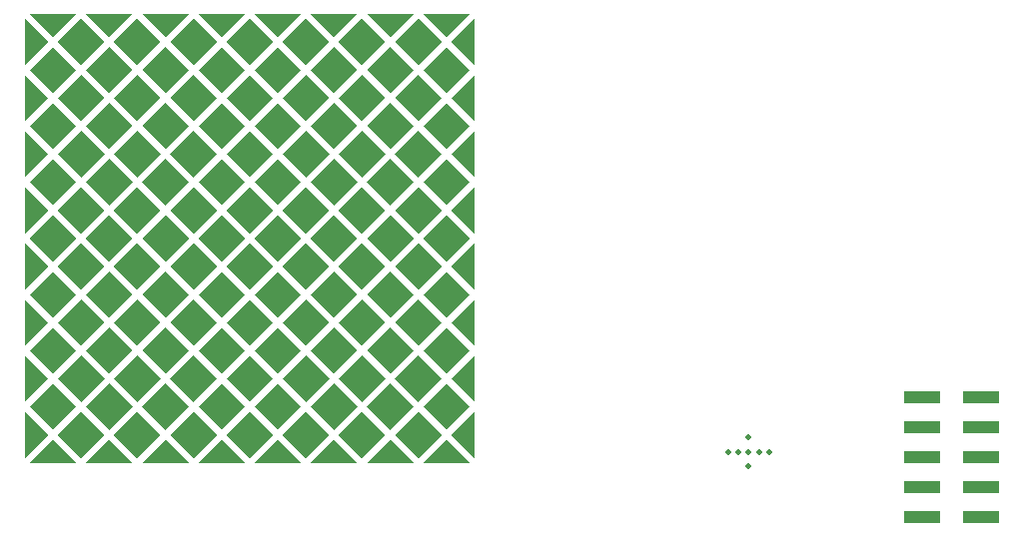
<source format=gbs>
G04 #@! TF.GenerationSoftware,KiCad,Pcbnew,(5.1.8)-1*
G04 #@! TF.CreationDate,2020-12-31T16:53:10-05:00*
G04 #@! TF.ProjectId,trackpad_test,74726163-6b70-4616-945f-746573742e6b,rev?*
G04 #@! TF.SameCoordinates,Original*
G04 #@! TF.FileFunction,Soldermask,Bot*
G04 #@! TF.FilePolarity,Negative*
%FSLAX46Y46*%
G04 Gerber Fmt 4.6, Leading zero omitted, Abs format (unit mm)*
G04 Created by KiCad (PCBNEW (5.1.8)-1) date 2020-12-31 16:53:10*
%MOMM*%
%LPD*%
G01*
G04 APERTURE LIST*
%ADD10C,0.508000*%
%ADD11R,3.150000X1.000000*%
%ADD12C,0.100000*%
G04 APERTURE END LIST*
D10*
X125476000Y-128975800D03*
X125476000Y-131475800D03*
X123726000Y-130225800D03*
X124601000Y-130225800D03*
X125476000Y-130225800D03*
X126351000Y-130225800D03*
X127226000Y-130225800D03*
D11*
X145207200Y-125628400D03*
X140157200Y-125628400D03*
X145207200Y-128168400D03*
X140157200Y-128168400D03*
X145207200Y-130708400D03*
X140157200Y-130708400D03*
X145207200Y-133248400D03*
X140157200Y-133248400D03*
X145207200Y-135788400D03*
X140157200Y-135788400D03*
D12*
G36*
X99880547Y-129180082D02*
G01*
X101858191Y-131157980D01*
X97902649Y-131157980D01*
X99880293Y-129180082D01*
X99880547Y-129180082D01*
G37*
G36*
X95118047Y-129180082D02*
G01*
X97095691Y-131157980D01*
X93140149Y-131157980D01*
X95117793Y-129180082D01*
X95118047Y-129180082D01*
G37*
G36*
X90355547Y-129180082D02*
G01*
X92333191Y-131157980D01*
X88377649Y-131157980D01*
X90355293Y-129180082D01*
X90355547Y-129180082D01*
G37*
G36*
X85593047Y-129180082D02*
G01*
X87570691Y-131157980D01*
X83615149Y-131157980D01*
X85592793Y-129180082D01*
X85593047Y-129180082D01*
G37*
G36*
X80830547Y-129180082D02*
G01*
X82808191Y-131157980D01*
X78852649Y-131157980D01*
X80830293Y-129180082D01*
X80830547Y-129180082D01*
G37*
G36*
X76068047Y-129180082D02*
G01*
X78045691Y-131157980D01*
X74090149Y-131157980D01*
X76067793Y-129180082D01*
X76068047Y-129180082D01*
G37*
G36*
X71305547Y-129180082D02*
G01*
X73283191Y-131157980D01*
X69327649Y-131157980D01*
X71305293Y-129180082D01*
X71305547Y-129180082D01*
G37*
G36*
X100282502Y-128777873D02*
G01*
X102260400Y-126800229D01*
X102260400Y-130755771D01*
X100282502Y-128778127D01*
X100282502Y-128777873D01*
G37*
G36*
X100282502Y-124015373D02*
G01*
X102260400Y-122037729D01*
X102260400Y-125993271D01*
X100282502Y-124015627D01*
X100282502Y-124015373D01*
G37*
G36*
X100282502Y-119252873D02*
G01*
X102260400Y-117275229D01*
X102260400Y-121230771D01*
X100282502Y-119253127D01*
X100282502Y-119252873D01*
G37*
G36*
X100282502Y-114490373D02*
G01*
X102260400Y-112512729D01*
X102260400Y-116468271D01*
X100282502Y-114490627D01*
X100282502Y-114490373D01*
G37*
G36*
X100282502Y-109727873D02*
G01*
X102260400Y-107750229D01*
X102260400Y-111705771D01*
X100282502Y-109728127D01*
X100282502Y-109727873D01*
G37*
G36*
X100282502Y-104965373D02*
G01*
X102260400Y-102987729D01*
X102260400Y-106943271D01*
X100282502Y-104965627D01*
X100282502Y-104965373D01*
G37*
G36*
X100282502Y-100202873D02*
G01*
X102260400Y-98225229D01*
X102260400Y-102180771D01*
X100282502Y-100203127D01*
X100282502Y-100202873D01*
G37*
G36*
X66543047Y-129180082D02*
G01*
X68520691Y-131157980D01*
X64565149Y-131157980D01*
X66542793Y-129180082D01*
X66543047Y-129180082D01*
G37*
G36*
X100282502Y-95440373D02*
G01*
X102260400Y-93462729D01*
X102260400Y-97418271D01*
X100282502Y-95440627D01*
X100282502Y-95440373D01*
G37*
G36*
X66140838Y-128778127D02*
G01*
X64162940Y-130755771D01*
X64162940Y-126800229D01*
X66140838Y-128777873D01*
X66140838Y-128778127D01*
G37*
G36*
X66140838Y-124015627D02*
G01*
X64162940Y-125993271D01*
X64162940Y-122037729D01*
X66140838Y-124015373D01*
X66140838Y-124015627D01*
G37*
G36*
X66140838Y-119253127D02*
G01*
X64162940Y-121230771D01*
X64162940Y-117275229D01*
X66140838Y-119252873D01*
X66140838Y-119253127D01*
G37*
G36*
X66140838Y-114490627D02*
G01*
X64162940Y-116468271D01*
X64162940Y-112512729D01*
X66140838Y-114490373D01*
X66140838Y-114490627D01*
G37*
G36*
X66140838Y-109728127D02*
G01*
X64162940Y-111705771D01*
X64162940Y-107750229D01*
X66140838Y-109727873D01*
X66140838Y-109728127D01*
G37*
G36*
X66140838Y-104965627D02*
G01*
X64162940Y-106943271D01*
X64162940Y-102987729D01*
X66140838Y-104965373D01*
X66140838Y-104965627D01*
G37*
G36*
X66140838Y-100203127D02*
G01*
X64162940Y-102180771D01*
X64162940Y-98225229D01*
X66140838Y-100202873D01*
X66140838Y-100203127D01*
G37*
G36*
X99880293Y-95038418D02*
G01*
X97902649Y-93060520D01*
X101858191Y-93060520D01*
X99880547Y-95038418D01*
X99880293Y-95038418D01*
G37*
G36*
X95117793Y-95038418D02*
G01*
X93140149Y-93060520D01*
X97095691Y-93060520D01*
X95118047Y-95038418D01*
X95117793Y-95038418D01*
G37*
G36*
X90355293Y-95038418D02*
G01*
X88377649Y-93060520D01*
X92333191Y-93060520D01*
X90355547Y-95038418D01*
X90355293Y-95038418D01*
G37*
G36*
X85592793Y-95038418D02*
G01*
X83615149Y-93060520D01*
X87570691Y-93060520D01*
X85593047Y-95038418D01*
X85592793Y-95038418D01*
G37*
G36*
X80830293Y-95038418D02*
G01*
X78852649Y-93060520D01*
X82808191Y-93060520D01*
X80830547Y-95038418D01*
X80830293Y-95038418D01*
G37*
G36*
X76067793Y-95038418D02*
G01*
X74090149Y-93060520D01*
X78045691Y-93060520D01*
X76068047Y-95038418D01*
X76067793Y-95038418D01*
G37*
G36*
X71305293Y-95038418D02*
G01*
X69327649Y-93060520D01*
X73283191Y-93060520D01*
X71305547Y-95038418D01*
X71305293Y-95038418D01*
G37*
G36*
X66140838Y-95440627D02*
G01*
X64162940Y-97418271D01*
X64162940Y-93462729D01*
X66140838Y-95440373D01*
X66140838Y-95440627D01*
G37*
G36*
X68922900Y-93464844D02*
G01*
X70898556Y-95440500D01*
X68922900Y-97416156D01*
X66947244Y-95440500D01*
X68922900Y-93464844D01*
G37*
G36*
X68922900Y-98227344D02*
G01*
X70898556Y-100203000D01*
X68922900Y-102178656D01*
X66947244Y-100203000D01*
X68922900Y-98227344D01*
G37*
G36*
X68922900Y-102989844D02*
G01*
X70898556Y-104965500D01*
X68922900Y-106941156D01*
X66947244Y-104965500D01*
X68922900Y-102989844D01*
G37*
G36*
X68922900Y-107752344D02*
G01*
X70898556Y-109728000D01*
X68922900Y-111703656D01*
X66947244Y-109728000D01*
X68922900Y-107752344D01*
G37*
G36*
X68922900Y-112514844D02*
G01*
X70898556Y-114490500D01*
X68922900Y-116466156D01*
X66947244Y-114490500D01*
X68922900Y-112514844D01*
G37*
G36*
X68922900Y-117277344D02*
G01*
X70898556Y-119253000D01*
X68922900Y-121228656D01*
X66947244Y-119253000D01*
X68922900Y-117277344D01*
G37*
G36*
X68922900Y-122039844D02*
G01*
X70898556Y-124015500D01*
X68922900Y-125991156D01*
X66947244Y-124015500D01*
X68922900Y-122039844D01*
G37*
G36*
X68922900Y-126802344D02*
G01*
X70898556Y-128778000D01*
X68922900Y-130753656D01*
X66947244Y-128778000D01*
X68922900Y-126802344D01*
G37*
G36*
X73685400Y-93464844D02*
G01*
X75661056Y-95440500D01*
X73685400Y-97416156D01*
X71709744Y-95440500D01*
X73685400Y-93464844D01*
G37*
G36*
X73685400Y-98227344D02*
G01*
X75661056Y-100203000D01*
X73685400Y-102178656D01*
X71709744Y-100203000D01*
X73685400Y-98227344D01*
G37*
G36*
X73685400Y-102989844D02*
G01*
X75661056Y-104965500D01*
X73685400Y-106941156D01*
X71709744Y-104965500D01*
X73685400Y-102989844D01*
G37*
G36*
X73685400Y-107752344D02*
G01*
X75661056Y-109728000D01*
X73685400Y-111703656D01*
X71709744Y-109728000D01*
X73685400Y-107752344D01*
G37*
G36*
X73685400Y-112514844D02*
G01*
X75661056Y-114490500D01*
X73685400Y-116466156D01*
X71709744Y-114490500D01*
X73685400Y-112514844D01*
G37*
G36*
X73685400Y-117277344D02*
G01*
X75661056Y-119253000D01*
X73685400Y-121228656D01*
X71709744Y-119253000D01*
X73685400Y-117277344D01*
G37*
G36*
X73685400Y-122039844D02*
G01*
X75661056Y-124015500D01*
X73685400Y-125991156D01*
X71709744Y-124015500D01*
X73685400Y-122039844D01*
G37*
G36*
X73685400Y-126802344D02*
G01*
X75661056Y-128778000D01*
X73685400Y-130753656D01*
X71709744Y-128778000D01*
X73685400Y-126802344D01*
G37*
G36*
X78447900Y-93464844D02*
G01*
X80423556Y-95440500D01*
X78447900Y-97416156D01*
X76472244Y-95440500D01*
X78447900Y-93464844D01*
G37*
G36*
X78447900Y-98227344D02*
G01*
X80423556Y-100203000D01*
X78447900Y-102178656D01*
X76472244Y-100203000D01*
X78447900Y-98227344D01*
G37*
G36*
X78447900Y-102989844D02*
G01*
X80423556Y-104965500D01*
X78447900Y-106941156D01*
X76472244Y-104965500D01*
X78447900Y-102989844D01*
G37*
G36*
X78447900Y-107752344D02*
G01*
X80423556Y-109728000D01*
X78447900Y-111703656D01*
X76472244Y-109728000D01*
X78447900Y-107752344D01*
G37*
G36*
X78447900Y-112514844D02*
G01*
X80423556Y-114490500D01*
X78447900Y-116466156D01*
X76472244Y-114490500D01*
X78447900Y-112514844D01*
G37*
G36*
X78447900Y-117277344D02*
G01*
X80423556Y-119253000D01*
X78447900Y-121228656D01*
X76472244Y-119253000D01*
X78447900Y-117277344D01*
G37*
G36*
X78447900Y-122039844D02*
G01*
X80423556Y-124015500D01*
X78447900Y-125991156D01*
X76472244Y-124015500D01*
X78447900Y-122039844D01*
G37*
G36*
X78447900Y-126802344D02*
G01*
X80423556Y-128778000D01*
X78447900Y-130753656D01*
X76472244Y-128778000D01*
X78447900Y-126802344D01*
G37*
G36*
X83210400Y-93464844D02*
G01*
X85186056Y-95440500D01*
X83210400Y-97416156D01*
X81234744Y-95440500D01*
X83210400Y-93464844D01*
G37*
G36*
X83210400Y-98227344D02*
G01*
X85186056Y-100203000D01*
X83210400Y-102178656D01*
X81234744Y-100203000D01*
X83210400Y-98227344D01*
G37*
G36*
X83210400Y-102989844D02*
G01*
X85186056Y-104965500D01*
X83210400Y-106941156D01*
X81234744Y-104965500D01*
X83210400Y-102989844D01*
G37*
G36*
X83210400Y-107752344D02*
G01*
X85186056Y-109728000D01*
X83210400Y-111703656D01*
X81234744Y-109728000D01*
X83210400Y-107752344D01*
G37*
G36*
X83210400Y-112514844D02*
G01*
X85186056Y-114490500D01*
X83210400Y-116466156D01*
X81234744Y-114490500D01*
X83210400Y-112514844D01*
G37*
G36*
X83210400Y-117277344D02*
G01*
X85186056Y-119253000D01*
X83210400Y-121228656D01*
X81234744Y-119253000D01*
X83210400Y-117277344D01*
G37*
G36*
X83210400Y-122039844D02*
G01*
X85186056Y-124015500D01*
X83210400Y-125991156D01*
X81234744Y-124015500D01*
X83210400Y-122039844D01*
G37*
G36*
X83210400Y-126802344D02*
G01*
X85186056Y-128778000D01*
X83210400Y-130753656D01*
X81234744Y-128778000D01*
X83210400Y-126802344D01*
G37*
G36*
X87972900Y-93464844D02*
G01*
X89948556Y-95440500D01*
X87972900Y-97416156D01*
X85997244Y-95440500D01*
X87972900Y-93464844D01*
G37*
G36*
X87972900Y-98227344D02*
G01*
X89948556Y-100203000D01*
X87972900Y-102178656D01*
X85997244Y-100203000D01*
X87972900Y-98227344D01*
G37*
G36*
X87972900Y-102989844D02*
G01*
X89948556Y-104965500D01*
X87972900Y-106941156D01*
X85997244Y-104965500D01*
X87972900Y-102989844D01*
G37*
G36*
X87972900Y-107752344D02*
G01*
X89948556Y-109728000D01*
X87972900Y-111703656D01*
X85997244Y-109728000D01*
X87972900Y-107752344D01*
G37*
G36*
X87972900Y-112514844D02*
G01*
X89948556Y-114490500D01*
X87972900Y-116466156D01*
X85997244Y-114490500D01*
X87972900Y-112514844D01*
G37*
G36*
X87972900Y-117277344D02*
G01*
X89948556Y-119253000D01*
X87972900Y-121228656D01*
X85997244Y-119253000D01*
X87972900Y-117277344D01*
G37*
G36*
X87972900Y-122039844D02*
G01*
X89948556Y-124015500D01*
X87972900Y-125991156D01*
X85997244Y-124015500D01*
X87972900Y-122039844D01*
G37*
G36*
X87972900Y-126802344D02*
G01*
X89948556Y-128778000D01*
X87972900Y-130753656D01*
X85997244Y-128778000D01*
X87972900Y-126802344D01*
G37*
G36*
X92735400Y-93464844D02*
G01*
X94711056Y-95440500D01*
X92735400Y-97416156D01*
X90759744Y-95440500D01*
X92735400Y-93464844D01*
G37*
G36*
X92735400Y-98227344D02*
G01*
X94711056Y-100203000D01*
X92735400Y-102178656D01*
X90759744Y-100203000D01*
X92735400Y-98227344D01*
G37*
G36*
X92735400Y-102989844D02*
G01*
X94711056Y-104965500D01*
X92735400Y-106941156D01*
X90759744Y-104965500D01*
X92735400Y-102989844D01*
G37*
G36*
X92735400Y-107752344D02*
G01*
X94711056Y-109728000D01*
X92735400Y-111703656D01*
X90759744Y-109728000D01*
X92735400Y-107752344D01*
G37*
G36*
X92735400Y-112514844D02*
G01*
X94711056Y-114490500D01*
X92735400Y-116466156D01*
X90759744Y-114490500D01*
X92735400Y-112514844D01*
G37*
G36*
X92735400Y-117277344D02*
G01*
X94711056Y-119253000D01*
X92735400Y-121228656D01*
X90759744Y-119253000D01*
X92735400Y-117277344D01*
G37*
G36*
X92735400Y-122039844D02*
G01*
X94711056Y-124015500D01*
X92735400Y-125991156D01*
X90759744Y-124015500D01*
X92735400Y-122039844D01*
G37*
G36*
X92735400Y-126802344D02*
G01*
X94711056Y-128778000D01*
X92735400Y-130753656D01*
X90759744Y-128778000D01*
X92735400Y-126802344D01*
G37*
G36*
X97497900Y-93464844D02*
G01*
X99473556Y-95440500D01*
X97497900Y-97416156D01*
X95522244Y-95440500D01*
X97497900Y-93464844D01*
G37*
G36*
X97497900Y-98227344D02*
G01*
X99473556Y-100203000D01*
X97497900Y-102178656D01*
X95522244Y-100203000D01*
X97497900Y-98227344D01*
G37*
G36*
X97497900Y-102989844D02*
G01*
X99473556Y-104965500D01*
X97497900Y-106941156D01*
X95522244Y-104965500D01*
X97497900Y-102989844D01*
G37*
G36*
X97497900Y-107752344D02*
G01*
X99473556Y-109728000D01*
X97497900Y-111703656D01*
X95522244Y-109728000D01*
X97497900Y-107752344D01*
G37*
G36*
X97497900Y-112514844D02*
G01*
X99473556Y-114490500D01*
X97497900Y-116466156D01*
X95522244Y-114490500D01*
X97497900Y-112514844D01*
G37*
G36*
X97497900Y-117277344D02*
G01*
X99473556Y-119253000D01*
X97497900Y-121228656D01*
X95522244Y-119253000D01*
X97497900Y-117277344D01*
G37*
G36*
X97497900Y-122039844D02*
G01*
X99473556Y-124015500D01*
X97497900Y-125991156D01*
X95522244Y-124015500D01*
X97497900Y-122039844D01*
G37*
G36*
X97497900Y-126802344D02*
G01*
X99473556Y-128778000D01*
X97497900Y-130753656D01*
X95522244Y-128778000D01*
X97497900Y-126802344D01*
G37*
G36*
X66542920Y-95844824D02*
G01*
X68518576Y-97820480D01*
X66542920Y-99796136D01*
X64567264Y-97820480D01*
X66542920Y-95844824D01*
G37*
G36*
X66542920Y-100607324D02*
G01*
X68518576Y-102582980D01*
X66542920Y-104558636D01*
X64567264Y-102582980D01*
X66542920Y-100607324D01*
G37*
G36*
X66542920Y-105369824D02*
G01*
X68518576Y-107345480D01*
X66542920Y-109321136D01*
X64567264Y-107345480D01*
X66542920Y-105369824D01*
G37*
G36*
X66542920Y-110132324D02*
G01*
X68518576Y-112107980D01*
X66542920Y-114083636D01*
X64567264Y-112107980D01*
X66542920Y-110132324D01*
G37*
G36*
X66542920Y-114894824D02*
G01*
X68518576Y-116870480D01*
X66542920Y-118846136D01*
X64567264Y-116870480D01*
X66542920Y-114894824D01*
G37*
G36*
X66542920Y-119657324D02*
G01*
X68518576Y-121632980D01*
X66542920Y-123608636D01*
X64567264Y-121632980D01*
X66542920Y-119657324D01*
G37*
G36*
X66542920Y-124419824D02*
G01*
X68518576Y-126395480D01*
X66542920Y-128371136D01*
X64567264Y-126395480D01*
X66542920Y-124419824D01*
G37*
G36*
X71305420Y-95844824D02*
G01*
X73281076Y-97820480D01*
X71305420Y-99796136D01*
X69329764Y-97820480D01*
X71305420Y-95844824D01*
G37*
G36*
X71305420Y-100607324D02*
G01*
X73281076Y-102582980D01*
X71305420Y-104558636D01*
X69329764Y-102582980D01*
X71305420Y-100607324D01*
G37*
G36*
X71305420Y-105369824D02*
G01*
X73281076Y-107345480D01*
X71305420Y-109321136D01*
X69329764Y-107345480D01*
X71305420Y-105369824D01*
G37*
G36*
X71305420Y-110132324D02*
G01*
X73281076Y-112107980D01*
X71305420Y-114083636D01*
X69329764Y-112107980D01*
X71305420Y-110132324D01*
G37*
G36*
X71305420Y-114894824D02*
G01*
X73281076Y-116870480D01*
X71305420Y-118846136D01*
X69329764Y-116870480D01*
X71305420Y-114894824D01*
G37*
G36*
X71305420Y-119657324D02*
G01*
X73281076Y-121632980D01*
X71305420Y-123608636D01*
X69329764Y-121632980D01*
X71305420Y-119657324D01*
G37*
G36*
X71305420Y-124419824D02*
G01*
X73281076Y-126395480D01*
X71305420Y-128371136D01*
X69329764Y-126395480D01*
X71305420Y-124419824D01*
G37*
G36*
X76067920Y-95844824D02*
G01*
X78043576Y-97820480D01*
X76067920Y-99796136D01*
X74092264Y-97820480D01*
X76067920Y-95844824D01*
G37*
G36*
X76067920Y-100607324D02*
G01*
X78043576Y-102582980D01*
X76067920Y-104558636D01*
X74092264Y-102582980D01*
X76067920Y-100607324D01*
G37*
G36*
X76067920Y-105369824D02*
G01*
X78043576Y-107345480D01*
X76067920Y-109321136D01*
X74092264Y-107345480D01*
X76067920Y-105369824D01*
G37*
G36*
X76067920Y-110132324D02*
G01*
X78043576Y-112107980D01*
X76067920Y-114083636D01*
X74092264Y-112107980D01*
X76067920Y-110132324D01*
G37*
G36*
X76067920Y-114894824D02*
G01*
X78043576Y-116870480D01*
X76067920Y-118846136D01*
X74092264Y-116870480D01*
X76067920Y-114894824D01*
G37*
G36*
X76067920Y-119657324D02*
G01*
X78043576Y-121632980D01*
X76067920Y-123608636D01*
X74092264Y-121632980D01*
X76067920Y-119657324D01*
G37*
G36*
X76067920Y-124419824D02*
G01*
X78043576Y-126395480D01*
X76067920Y-128371136D01*
X74092264Y-126395480D01*
X76067920Y-124419824D01*
G37*
G36*
X80830420Y-95844824D02*
G01*
X82806076Y-97820480D01*
X80830420Y-99796136D01*
X78854764Y-97820480D01*
X80830420Y-95844824D01*
G37*
G36*
X80830420Y-100607324D02*
G01*
X82806076Y-102582980D01*
X80830420Y-104558636D01*
X78854764Y-102582980D01*
X80830420Y-100607324D01*
G37*
G36*
X80830420Y-105369824D02*
G01*
X82806076Y-107345480D01*
X80830420Y-109321136D01*
X78854764Y-107345480D01*
X80830420Y-105369824D01*
G37*
G36*
X80830420Y-110132324D02*
G01*
X82806076Y-112107980D01*
X80830420Y-114083636D01*
X78854764Y-112107980D01*
X80830420Y-110132324D01*
G37*
G36*
X80830420Y-114894824D02*
G01*
X82806076Y-116870480D01*
X80830420Y-118846136D01*
X78854764Y-116870480D01*
X80830420Y-114894824D01*
G37*
G36*
X80830420Y-119657324D02*
G01*
X82806076Y-121632980D01*
X80830420Y-123608636D01*
X78854764Y-121632980D01*
X80830420Y-119657324D01*
G37*
G36*
X80830420Y-124419824D02*
G01*
X82806076Y-126395480D01*
X80830420Y-128371136D01*
X78854764Y-126395480D01*
X80830420Y-124419824D01*
G37*
G36*
X85592920Y-95844824D02*
G01*
X87568576Y-97820480D01*
X85592920Y-99796136D01*
X83617264Y-97820480D01*
X85592920Y-95844824D01*
G37*
G36*
X85592920Y-100607324D02*
G01*
X87568576Y-102582980D01*
X85592920Y-104558636D01*
X83617264Y-102582980D01*
X85592920Y-100607324D01*
G37*
G36*
X85592920Y-105369824D02*
G01*
X87568576Y-107345480D01*
X85592920Y-109321136D01*
X83617264Y-107345480D01*
X85592920Y-105369824D01*
G37*
G36*
X85592920Y-110132324D02*
G01*
X87568576Y-112107980D01*
X85592920Y-114083636D01*
X83617264Y-112107980D01*
X85592920Y-110132324D01*
G37*
G36*
X85592920Y-114894824D02*
G01*
X87568576Y-116870480D01*
X85592920Y-118846136D01*
X83617264Y-116870480D01*
X85592920Y-114894824D01*
G37*
G36*
X85592920Y-119657324D02*
G01*
X87568576Y-121632980D01*
X85592920Y-123608636D01*
X83617264Y-121632980D01*
X85592920Y-119657324D01*
G37*
G36*
X85592920Y-124419824D02*
G01*
X87568576Y-126395480D01*
X85592920Y-128371136D01*
X83617264Y-126395480D01*
X85592920Y-124419824D01*
G37*
G36*
X90355420Y-95844824D02*
G01*
X92331076Y-97820480D01*
X90355420Y-99796136D01*
X88379764Y-97820480D01*
X90355420Y-95844824D01*
G37*
G36*
X90355420Y-100607324D02*
G01*
X92331076Y-102582980D01*
X90355420Y-104558636D01*
X88379764Y-102582980D01*
X90355420Y-100607324D01*
G37*
G36*
X90355420Y-105369824D02*
G01*
X92331076Y-107345480D01*
X90355420Y-109321136D01*
X88379764Y-107345480D01*
X90355420Y-105369824D01*
G37*
G36*
X90355420Y-110132324D02*
G01*
X92331076Y-112107980D01*
X90355420Y-114083636D01*
X88379764Y-112107980D01*
X90355420Y-110132324D01*
G37*
G36*
X90355420Y-114894824D02*
G01*
X92331076Y-116870480D01*
X90355420Y-118846136D01*
X88379764Y-116870480D01*
X90355420Y-114894824D01*
G37*
G36*
X90355420Y-119657324D02*
G01*
X92331076Y-121632980D01*
X90355420Y-123608636D01*
X88379764Y-121632980D01*
X90355420Y-119657324D01*
G37*
G36*
X90355420Y-124419824D02*
G01*
X92331076Y-126395480D01*
X90355420Y-128371136D01*
X88379764Y-126395480D01*
X90355420Y-124419824D01*
G37*
G36*
X95117920Y-95844824D02*
G01*
X97093576Y-97820480D01*
X95117920Y-99796136D01*
X93142264Y-97820480D01*
X95117920Y-95844824D01*
G37*
G36*
X95117920Y-100607324D02*
G01*
X97093576Y-102582980D01*
X95117920Y-104558636D01*
X93142264Y-102582980D01*
X95117920Y-100607324D01*
G37*
G36*
X95117920Y-105369824D02*
G01*
X97093576Y-107345480D01*
X95117920Y-109321136D01*
X93142264Y-107345480D01*
X95117920Y-105369824D01*
G37*
G36*
X95117920Y-110132324D02*
G01*
X97093576Y-112107980D01*
X95117920Y-114083636D01*
X93142264Y-112107980D01*
X95117920Y-110132324D01*
G37*
G36*
X95117920Y-114894824D02*
G01*
X97093576Y-116870480D01*
X95117920Y-118846136D01*
X93142264Y-116870480D01*
X95117920Y-114894824D01*
G37*
G36*
X95117920Y-119657324D02*
G01*
X97093576Y-121632980D01*
X95117920Y-123608636D01*
X93142264Y-121632980D01*
X95117920Y-119657324D01*
G37*
G36*
X95117920Y-124419824D02*
G01*
X97093576Y-126395480D01*
X95117920Y-128371136D01*
X93142264Y-126395480D01*
X95117920Y-124419824D01*
G37*
G36*
X99880420Y-95844824D02*
G01*
X101856076Y-97820480D01*
X99880420Y-99796136D01*
X97904764Y-97820480D01*
X99880420Y-95844824D01*
G37*
G36*
X99880420Y-100607324D02*
G01*
X101856076Y-102582980D01*
X99880420Y-104558636D01*
X97904764Y-102582980D01*
X99880420Y-100607324D01*
G37*
G36*
X99880420Y-105369824D02*
G01*
X101856076Y-107345480D01*
X99880420Y-109321136D01*
X97904764Y-107345480D01*
X99880420Y-105369824D01*
G37*
G36*
X99880420Y-110132324D02*
G01*
X101856076Y-112107980D01*
X99880420Y-114083636D01*
X97904764Y-112107980D01*
X99880420Y-110132324D01*
G37*
G36*
X99880420Y-114894824D02*
G01*
X101856076Y-116870480D01*
X99880420Y-118846136D01*
X97904764Y-116870480D01*
X99880420Y-114894824D01*
G37*
G36*
X99880420Y-119657324D02*
G01*
X101856076Y-121632980D01*
X99880420Y-123608636D01*
X97904764Y-121632980D01*
X99880420Y-119657324D01*
G37*
G36*
X99880420Y-124419824D02*
G01*
X101856076Y-126395480D01*
X99880420Y-128371136D01*
X97904764Y-126395480D01*
X99880420Y-124419824D01*
G37*
G36*
X66542793Y-95038418D02*
G01*
X64565149Y-93060520D01*
X68520691Y-93060520D01*
X66543047Y-95038418D01*
X66542793Y-95038418D01*
G37*
M02*

</source>
